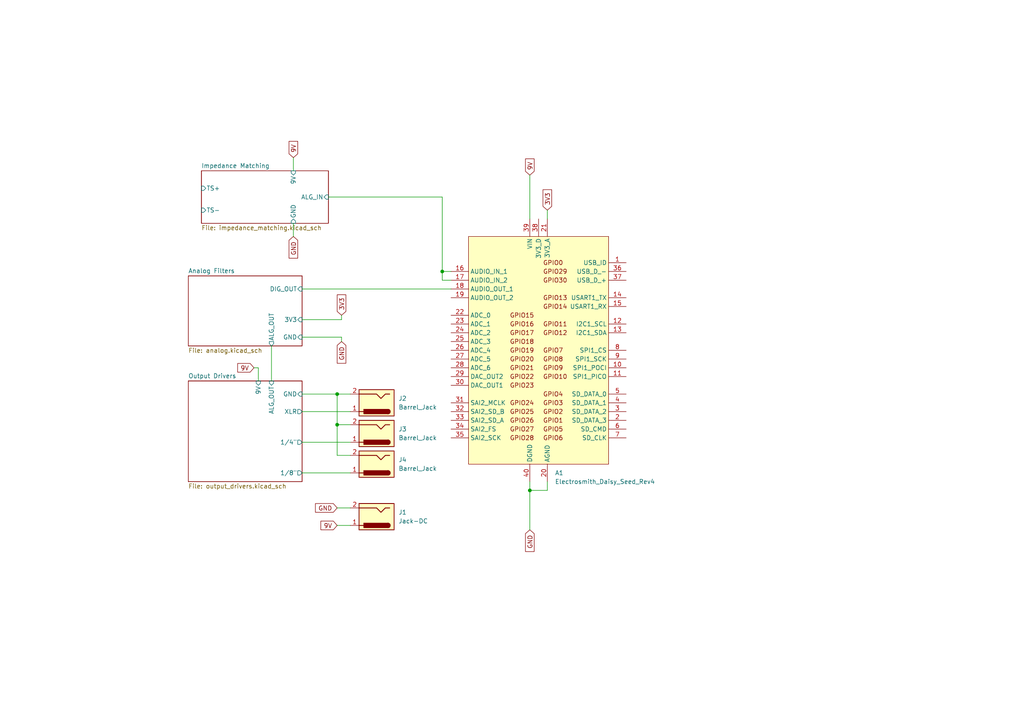
<source format=kicad_sch>
(kicad_sch (version 20250114) (generator "eeschema") (generator_version "9.0")
  (paper "A4")
  (lib_symbols
    (symbol "Connector:Barrel_Jack" (pin_names (offset 1.016))
      (property "Reference" "J" (at 0 5.334 0))
      (property "Value" "Barrel_Jack" (at 0 -5.08 0))
      (symbol "Barrel_Jack_0_1"
        (rectangle (start -5.08 3.81) (end 5.08 -3.81) (stroke (width 0.254)) (fill (type background)))
        (polyline (pts (xy -3.81 -2.54) (xy -2.54 -2.54) (xy -1.27 -1.27) (xy 0 -2.54) (xy 2.54 -2.54) (xy 5.08 -2.54)) (stroke (width 0.254)))
        (arc (start -3.302 1.905) (mid -3.9343 2.54) (end -3.302 3.175) (stroke (width 0.254)))
        (arc (start -3.302 1.905) (mid -3.9343 2.54) (end -3.302 3.175) (stroke (width 0.254)) (fill (type outline)))
        (rectangle (start 3.683 3.175) (end -3.302 1.905) (stroke (width 0.254)) (fill (type outline)))
        (polyline (pts (xy 5.08 2.54) (xy 3.81 2.54)) (stroke (width 0.254)))
      )
      (symbol "Barrel_Jack_1_1"
        (pin passive line (at 7.62 2.54 180) (length 2.54) (name "~") (number "1"))
        (pin passive line (at 7.62 -2.54 180) (length 2.54) (name "~") (number "2"))
      )
    )
    (symbol "Connector:Jack-DC" (pin_names (offset 1.016))
      (property "Reference" "J" (at 0 5.334 0))
      (property "Value" "Jack-DC" (at 0 -5.08 0))
      (symbol "Jack-DC_0_1"
        (rectangle (start -5.08 3.81) (end 5.08 -3.81) (stroke (width 0.254)) (fill (type background)))
        (polyline (pts (xy -3.81 -2.54) (xy -2.54 -2.54) (xy -1.27 -1.27) (xy 0 -2.54) (xy 2.54 -2.54) (xy 5.08 -2.54)) (stroke (width 0.254)))
        (arc (start -3.302 1.905) (mid -3.9343 2.54) (end -3.302 3.175) (stroke (width 0.254)))
        (arc (start -3.302 1.905) (mid -3.9343 2.54) (end -3.302 3.175) (stroke (width 0.254)) (fill (type outline)))
        (rectangle (start 3.683 3.175) (end -3.302 1.905) (stroke (width 0.254)) (fill (type outline)))
        (polyline (pts (xy 5.08 2.54) (xy 3.81 2.54)) (stroke (width 0.254)))
      )
      (symbol "Jack-DC_1_1"
        (pin passive line (at 7.62 2.54 180) (length 2.54) (name "~") (number "1"))
        (pin passive line (at 7.62 -2.54 180) (length 2.54) (name "~") (number "2"))
      )
    )
    (symbol "MCU_Module:Electrosmith_Daisy_Seed_Rev4"
      (property "Reference" "A" (at -20.32 34.29 0))
      (property "Value" "Electrosmith_Daisy_Seed_Rev4" (at 33.02 34.29 0))
      (symbol "Electrosmith_Daisy_Seed_Rev4_0_0"
        (text "GPIO15" (at -1.27 10.16 0) (effects (font (size 1.27 1.27)) (justify right)))
        (text "GPIO16" (at -1.27 7.62 0) (effects (font (size 1.27 1.27)) (justify right)))
        (text "GPIO17" (at -1.27 5.08 0) (effects (font (size 1.27 1.27)) (justify right)))
        (text "GPIO18" (at -1.27 2.54 0) (effects (font (size 1.27 1.27)) (justify right)))
        (text "GPIO19" (at -1.27 0 0) (effects (font (size 1.27 1.27)) (justify right)))
        (text "GPIO20" (at -1.27 -2.54 0) (effects (font (size 1.27 1.27)) (justify right)))
        (text "GPIO21" (at -1.27 -5.08 0) (effects (font (size 1.27 1.27)) (justify right)))
        (text "GPIO22" (at -1.27 -7.62 0) (effects (font (size 1.27 1.27)) (justify right)))
        (text "GPIO23" (at -1.27 -10.16 0) (effects (font (size 1.27 1.27)) (justify right)))
        (text "GPIO24" (at -1.27 -15.24 0) (effects (font (size 1.27 1.27)) (justify right)))
        (text "GPIO25" (at -1.27 -17.78 0) (effects (font (size 1.27 1.27)) (justify right)))
        (text "GPIO26" (at -1.27 -20.32 0) (effects (font (size 1.27 1.27)) (justify right)))
        (text "GPIO27" (at -1.27 -22.86 0) (effects (font (size 1.27 1.27)) (justify right)))
        (text "GPIO28" (at -1.27 -25.4 0) (effects (font (size 1.27 1.27)) (justify right)))
        (text "GPIO0" (at 1.27 25.4 0) (effects (font (size 1.27 1.27)) (justify left)))
        (text "GPIO29" (at 1.27 22.86 0) (effects (font (size 1.27 1.27)) (justify left)))
        (text "GPIO30" (at 1.27 20.32 0) (effects (font (size 1.27 1.27)) (justify left)))
        (text "GPIO13" (at 1.27 15.24 0) (effects (font (size 1.27 1.27)) (justify left)))
        (text "GPIO14" (at 1.27 12.7 0) (effects (font (size 1.27 1.27)) (justify left)))
        (text "GPIO11" (at 1.27 7.62 0) (effects (font (size 1.27 1.27)) (justify left)))
        (text "GPIO12" (at 1.27 5.08 0) (effects (font (size 1.27 1.27)) (justify left)))
        (text "GPIO7" (at 1.27 0 0) (effects (font (size 1.27 1.27)) (justify left)))
        (text "GPIO8" (at 1.27 -2.54 0) (effects (font (size 1.27 1.27)) (justify left)))
        (text "GPIO9" (at 1.27 -5.08 0) (effects (font (size 1.27 1.27)) (justify left)))
        (text "GPIO10" (at 1.27 -7.62 0) (effects (font (size 1.27 1.27)) (justify left)))
        (text "GPIO4" (at 1.27 -12.7 0) (effects (font (size 1.27 1.27)) (justify left)))
        (text "GPIO3" (at 1.27 -15.24 0) (effects (font (size 1.27 1.27)) (justify left)))
        (text "GPIO2" (at 1.27 -17.78 0) (effects (font (size 1.27 1.27)) (justify left)))
        (text "GPIO1" (at 1.27 -20.32 0) (effects (font (size 1.27 1.27)) (justify left)))
        (text "GPIO5" (at 1.27 -22.86 0) (effects (font (size 1.27 1.27)) (justify left)))
        (text "GPIO6" (at 1.27 -25.4 0) (effects (font (size 1.27 1.27)) (justify left)))
        (pin input line (at -25.4 22.86 0) (length 5.08) (name "AUDIO_IN_1") (number "16"))
        (pin input line (at -25.4 20.32 0) (length 5.08) (name "AUDIO_IN_2") (number "17"))
        (pin output line (at -25.4 17.78 0) (length 5.08) (name "AUDIO_OUT_1") (number "18"))
        (pin output line (at -25.4 15.24 0) (length 5.08) (name "AUDIO_OUT_2") (number "19"))
        (pin bidirectional line (at -25.4 10.16 0) (length 5.08) (name "ADC_0") (number "22"))
        (pin bidirectional line (at -25.4 7.62 0) (length 5.08) (name "ADC_1") (number "23"))
        (pin bidirectional line (at -25.4 5.08 0) (length 5.08) (name "ADC_2") (number "24"))
        (pin bidirectional line (at -25.4 2.54 0) (length 5.08) (name "ADC_3") (number "25"))
        (pin bidirectional line (at -25.4 0 0) (length 5.08) (name "ADC_4") (number "26"))
        (pin bidirectional line (at -25.4 -2.54 0) (length 5.08) (name "ADC_5") (number "27"))
        (pin bidirectional line (at -25.4 -5.08 0) (length 5.08) (name "ADC_6") (number "28"))
        (pin bidirectional line (at -25.4 -7.62 0) (length 5.08) (name "DAC_OUT2") (number "29"))
        (pin bidirectional line (at -25.4 -10.16 0) (length 5.08) (name "DAC_OUT1") (number "30"))
        (pin bidirectional line (at -25.4 -15.24 0) (length 5.08) (name "SAI2_MCLK") (number "31"))
        (pin bidirectional line (at -25.4 -17.78 0) (length 5.08) (name "SAI2_SD_B") (number "32"))
        (pin bidirectional line (at -25.4 -20.32 0) (length 5.08) (name "SAI2_SD_A") (number "33"))
        (pin bidirectional line (at -25.4 -22.86 0) (length 5.08) (name "SAI2_FS") (number "34"))
        (pin bidirectional line (at -25.4 -25.4 0) (length 5.08) (name "SAI2_SCK") (number "35"))
        (pin power_in line (at -2.54 38.1 270) (length 5.08) (name "VIN") (number "39"))
        (pin power_in line (at -2.54 -38.1 90) (length 5.08) (name "DGND") (number "40"))
        (pin power_out line (at 0 38.1 270) (length 5.08) (name "3V3_D") (number "38"))
        (pin power_out line (at 2.54 38.1 270) (length 5.08) (name "3V3_A") (number "21"))
        (pin power_in line (at 2.54 -38.1 90) (length 5.08) (name "AGND") (number "20"))
        (pin bidirectional line (at 25.4 25.4 180) (length 5.08) (name "USB_ID") (number "1"))
        (pin bidirectional line (at 25.4 22.86 180) (length 5.08) (name "USB_D_-") (number "36"))
        (pin bidirectional line (at 25.4 20.32 180) (length 5.08) (name "USB_D_+") (number "37"))
        (pin bidirectional line (at 25.4 15.24 180) (length 5.08) (name "USART1_TX") (number "14"))
        (pin bidirectional line (at 25.4 12.7 180) (length 5.08) (name "USART1_RX") (number "15"))
        (pin bidirectional line (at 25.4 7.62 180) (length 5.08) (name "I2C1_SCL") (number "12"))
        (pin bidirectional line (at 25.4 5.08 180) (length 5.08) (name "I2C1_SDA") (number "13"))
        (pin bidirectional line (at 25.4 0 180) (length 5.08) (name "SPI1_CS") (number "8"))
        (pin bidirectional line (at 25.4 -2.54 180) (length 5.08) (name "SPI1_SCK") (number "9"))
        (pin bidirectional line (at 25.4 -5.08 180) (length 5.08) (name "SPI1_POCI") (number "10"))
        (pin bidirectional line (at 25.4 -7.62 180) (length 5.08) (name "SPI1_PICO") (number "11"))
        (pin bidirectional line (at 25.4 -12.7 180) (length 5.08) (name "SD_DATA_0") (number "5"))
        (pin bidirectional line (at 25.4 -15.24 180) (length 5.08) (name "SD_DATA_1") (number "4"))
        (pin bidirectional line (at 25.4 -17.78 180) (length 5.08) (name "SD_DATA_2") (number "3"))
        (pin bidirectional line (at 25.4 -20.32 180) (length 5.08) (name "SD_DATA_3") (number "2"))
        (pin bidirectional line (at 25.4 -22.86 180) (length 5.08) (name "SD_CMD") (number "6"))
        (pin bidirectional line (at 25.4 -25.4 180) (length 5.08) (name "SD_CLK") (number "7"))
      )
      (symbol "Electrosmith_Daisy_Seed_Rev4_0_1"
        (rectangle (start -20.32 33.02) (end 20.32 -33.02) (fill (type background)))
      )
    )
  )
  (junction (at 153.67 142.24))
  (junction (at 128.27 78.74))
  (junction (at 97.79 114.3))
  (junction (at 97.79 123.19))
  (wire (pts (xy 101.6 132.08) (xy 97.79 132.08)))
  (wire (pts (xy 158.75 142.24) (xy 153.67 142.24)))
  (wire (pts (xy 74.93 106.68) (xy 74.93 110.49)))
  (wire (pts (xy 128.27 57.15) (xy 128.27 78.74)))
  (wire (pts (xy 87.63 128.27) (xy 101.6 128.27)))
  (wire (pts (xy 87.63 114.3) (xy 97.79 114.3)))
  (wire (pts (xy 87.63 83.82) (xy 130.81 83.82)))
  (wire (pts (xy 87.63 119.38) (xy 101.6 119.38)))
  (wire (pts (xy 87.63 97.79) (xy 99.06 97.79)))
  (wire (pts (xy 130.81 81.28) (xy 128.27 81.28)))
  (wire (pts (xy 85.09 64.77) (xy 85.09 68.58)))
  (wire (pts (xy 153.67 142.24) (xy 153.67 153.67)))
  (wire (pts (xy 97.79 132.08) (xy 97.79 123.19)))
  (wire (pts (xy 101.6 123.19) (xy 97.79 123.19)))
  (wire (pts (xy 128.27 81.28) (xy 128.27 78.74)))
  (wire (pts (xy 158.75 60.96) (xy 158.75 63.5)))
  (wire (pts (xy 97.79 152.4) (xy 101.6 152.4)))
  (wire (pts (xy 97.79 114.3) (xy 101.6 114.3)))
  (wire (pts (xy 87.63 92.71) (xy 99.06 92.71)))
  (wire (pts (xy 99.06 99.06) (xy 99.06 97.79)))
  (wire (pts (xy 95.25 57.15) (xy 128.27 57.15)))
  (wire (pts (xy 153.67 50.8) (xy 153.67 63.5)))
  (wire (pts (xy 87.63 137.16) (xy 101.6 137.16)))
  (wire (pts (xy 128.27 78.74) (xy 130.81 78.74)))
  (wire (pts (xy 73.66 106.68) (xy 74.93 106.68)))
  (wire (pts (xy 97.79 123.19) (xy 97.79 114.3)))
  (wire (pts (xy 153.67 139.7) (xy 153.67 142.24)))
  (wire (pts (xy 99.06 91.44) (xy 99.06 92.71)))
  (wire (pts (xy 78.74 100.33) (xy 78.74 110.49)))
  (wire (pts (xy 97.79 147.32) (xy 101.6 147.32)))
  (wire (pts (xy 85.09 45.72) (xy 85.09 49.53)))
  (wire (pts (xy 158.75 139.7) (xy 158.75 142.24)))
  (global_label "9V" (shape input) (at 153.67 50.8 90) (property "Intersheetrefs" "${INTERSHEET_REFS}" (effects (hide yes))))
  (global_label "9V" (shape input) (at 73.66 106.68 180) (property "Intersheetrefs" "${INTERSHEET_REFS}" (effects (hide yes))))
  (global_label "9V" (shape input) (at 85.09 45.72 90) (property "Intersheetrefs" "${INTERSHEET_REFS}" (effects (hide yes))))
  (global_label "9V" (shape input) (at 97.79 152.4 180) (property "Intersheetrefs" "${INTERSHEET_REFS}" (effects (hide yes))))
  (global_label "GND" (shape input) (at 85.09 68.58 270) (property "Intersheetrefs" "${INTERSHEET_REFS}" (effects (hide yes))))
  (global_label "3V3" (shape input) (at 99.06 91.44 90) (property "Intersheetrefs" "${INTERSHEET_REFS}" (effects (hide yes))))
  (global_label "3V3" (shape input) (at 158.75 60.96 90) (property "Intersheetrefs" "${INTERSHEET_REFS}" (effects (hide yes))))
  (global_label "GND" (shape input) (at 99.06 99.06 270) (property "Intersheetrefs" "${INTERSHEET_REFS}" (effects (hide yes))))
  (global_label "GND" (shape input) (at 153.67 153.67 270) (property "Intersheetrefs" "${INTERSHEET_REFS}" (effects (hide yes))))
  (global_label "GND" (shape input) (at 97.79 147.32 180) (property "Intersheetrefs" "${INTERSHEET_REFS}" (effects (hide yes))))
  (symbol (lib_id "Connector:Jack-DC") (at 109.22 149.86 180) (unit 1)
    (property "Reference" "J1" (at 115.57 148.5899 0) (effects (justify right)))
    (property "Value" "Jack-DC" (at 115.57 151.1299 0) (effects (justify right)))
    (property "Description" "DC Barrel Jack" (effects (hide yes)))
  )
  (symbol (lib_id "Connector:Barrel_Jack") (at 109.22 125.73 180) (unit 1)
    (property "Reference" "J3" (at 115.57 124.4599 0) (effects (justify right)))
    (property "Value" "Barrel_Jack" (at 115.57 126.9999 0) (effects (justify right)))
    (property "Description" "DC Barrel Jack" (effects (hide yes)))
  )
  (symbol (lib_id "Connector:Barrel_Jack") (at 109.22 116.84 180) (unit 1)
    (property "Reference" "J2" (at 115.57 115.5699 0) (effects (justify right)))
    (property "Value" "Barrel_Jack" (at 115.57 118.1099 0) (effects (justify right)))
    (property "Description" "DC Barrel Jack" (effects (hide yes)))
  )
  (symbol (lib_id "Connector:Barrel_Jack") (at 109.22 134.62 180) (unit 1)
    (property "Reference" "J4" (at 115.57 133.3499 0) (effects (justify right)))
    (property "Value" "Barrel_Jack" (at 115.57 135.8899 0) (effects (justify right)))
    (property "Description" "DC Barrel Jack" (effects (hide yes)))
  )
  (symbol (lib_id "MCU_Module:Electrosmith_Daisy_Seed_Rev4") (at 156.21 101.6 0) (unit 1)
    (property "Reference" "A1" (at 160.9441 137.16 0) (effects (justify left)))
    (property "Value" "Electrosmith_Daisy_Seed_Rev4" (at 160.9441 139.7 0) (effects (justify left)))
    (property "Footprint" "Module:Electrosmith_Daisy_Seed" (effects (hide yes)))
    (property "Datasheet" "https://static1.squarespace.com/static/58d03fdc1b10e3bf442567b8/t/6227e6236f02fb68d1577146/1646781988478/Daisy_Seed_datasheet_v1.0.3.pdf" (effects (hide yes)))
    (property "Description" "Daisy is an embedded platform for music." (effects (hide yes)))
  )
  (sheet (at 54.61 80.01) (size 33.02 20.32) (stroke (width 0.1524))
    (property "Sheetname" "Analog Filters" (at 54.61 79.2984 0) (effects (justify left bottom)))
    (property "Sheetfile" "analog.kicad_sch" (at 54.61 100.9146 0) (effects (justify left top)))
    (pin "3V3" input (at 87.63 92.71 0))
    (pin "GND" input (at 87.63 97.79 0))
    (pin "DIG_OUT" input (at 87.63 83.82 0))
    (pin "ALG_OUT" output (at 78.74 100.33 270))
  )
  (sheet (at 54.61 110.49) (size 33.02 29.21) (stroke (width 0.1524))
    (property "Sheetname" "Output Drivers" (at 54.61 109.7784 0) (effects (justify left bottom)))
    (property "Sheetfile" "output_drivers.kicad_sch" (at 54.61 140.2846 0) (effects (justify left top)))
    (pin "9V" input (at 74.93 110.49 90))
    (pin "ALG_OUT" input (at 78.74 110.49 90))
    (pin "GND" input (at 87.63 114.3 0))
    (pin "XLR" output (at 87.63 119.38 0))
    (pin "1{slash}4\"" output (at 87.63 128.27 0))
    (pin "1{slash}8\"" output (at 87.63 137.16 0))
  )
  (sheet (at 58.42 49.53) (size 36.83 15.24) (stroke (width 0.1524))
    (property "Sheetname" "Impedance Matching" (at 58.42 48.8184 0) (effects (justify left bottom)))
    (property "Sheetfile" "impedance_matching.kicad_sch" (at 58.42 65.3546 0) (effects (justify left top)))
    (pin "TS-" input (at 58.42 60.96 180))
    (pin "TS+" input (at 58.42 54.61 180))
    (pin "GND" input (at 85.09 64.77 270))
    (pin "ALG_IN" input (at 95.25 57.15 0))
    (pin "9V" input (at 85.09 49.53 90))
  )
)
</source>
